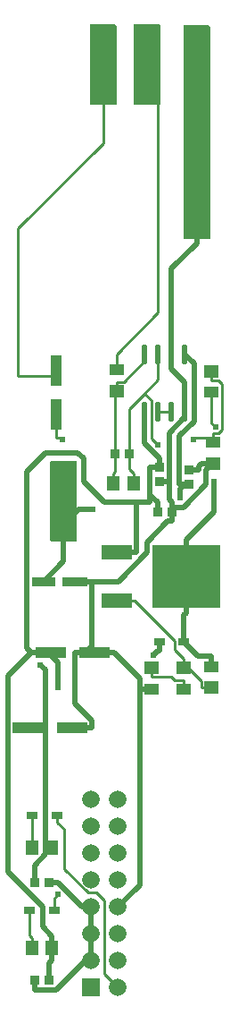
<source format=gbl>
G04 Layer: BottomLayer*
G04 EasyEDA v6.5.22, 2023-03-24 00:04:05*
G04 1816f6d41fbb4fb68ab43b55433a14ba,7be1179030e74d40a97a3c751b95adb4,10*
G04 Gerber Generator version 0.2*
G04 Scale: 100 percent, Rotated: No, Reflected: No *
G04 Dimensions in millimeters *
G04 leading zeros omitted , absolute positions ,4 integer and 5 decimal *
%FSLAX45Y45*%
%MOMM*%

%AMMACRO1*21,1,$1,$2,0,0,$3*%
%ADD10C,0.2540*%
%ADD11C,0.5000*%
%ADD12MACRO1,2.8X1.1X-90.0000*%
%ADD13MACRO1,2.8X1.1X0.0000*%
%ADD14MACRO1,0.8X0.9X0.0000*%
%ADD15MACRO1,1X0.75X0.0000*%
%ADD16R,1.3770X1.1325*%
%ADD17MACRO1,1.377X1.1325X0.0000*%
%ADD18MACRO1,1.377X1.1325X-90.0000*%
%ADD19MACRO1,0.8X0.9X-90.0000*%
%ADD20MACRO1,0.8X0.9X90.0000*%
%ADD21R,2.3100X0.8400*%
%ADD22MACRO1,0.84X2.31X90.0000*%
%ADD23O,0.5684012X1.950212*%
%ADD24MACRO1,2.8X1.3X0.0000*%
%ADD25MACRO1,6.5X6X0.0000*%
%ADD26C,1.6637*%
%ADD27MACRO1,1.6637X1.6637X0.0000*%
%ADD28C,0.6100*%
%ADD29C,0.0106*%

%LPD*%
G36*
X12712700Y-5435600D02*
G01*
X12700000Y-5448300D01*
X12700000Y-6184900D01*
X12712700Y-6197600D01*
X12954000Y-6197600D01*
X12954000Y-5435600D01*
G37*
G36*
X13500100Y-1308100D02*
G01*
X13500100Y-2070100D01*
X13741400Y-2070100D01*
X13754100Y-2057400D01*
X13754100Y-1320800D01*
X13741400Y-1308100D01*
G37*
G36*
X13081000Y-1308100D02*
G01*
X13081000Y-2070100D01*
X13335000Y-2070100D01*
X13335000Y-1320800D01*
X13322300Y-1308100D01*
G37*
G36*
X13970000Y-1314450D02*
G01*
X13970000Y-3333750D01*
X14224000Y-3333750D01*
X14224000Y-1327150D01*
X14211300Y-1314450D01*
G37*
D10*
X13624052Y-1689100D02*
G01*
X13728700Y-1689100D01*
X13728700Y-4031742D01*
X13335000Y-4425442D01*
X13335000Y-4573523D01*
D11*
X13994411Y-6527797D02*
G01*
X13994411Y-6182763D01*
X12830175Y-6029604D02*
G01*
X12966979Y-5892800D01*
X13106400Y-5892800D01*
X14258749Y-5633387D02*
G01*
X14258749Y-5918426D01*
X13994411Y-6182763D01*
X12830177Y-6029601D02*
G01*
X12830177Y-6242631D01*
X12830177Y-5816597D02*
G01*
X12830177Y-6029601D01*
X12639398Y-6578597D02*
G01*
X12830177Y-6387818D01*
X12830177Y-6242631D01*
X13994411Y-6527797D02*
G01*
X13994411Y-6872831D01*
X14236702Y-7380297D02*
G01*
X14236702Y-7278621D01*
X14236702Y-7278621D02*
G01*
X14101472Y-7278621D01*
X13972948Y-7150097D01*
X13994411Y-6872831D02*
G01*
X13972948Y-6894294D01*
X13972948Y-7150097D01*
D10*
X14249402Y-5217106D02*
G01*
X14071627Y-5217106D01*
X14059334Y-5229400D01*
X14249402Y-5174841D02*
G01*
X14251129Y-5174841D01*
X14251586Y-5175298D01*
X14300126Y-5175298D01*
X14334416Y-5141008D01*
X14334416Y-4705144D01*
X14300100Y-4670828D01*
X14236702Y-4670828D01*
X12763502Y-5048704D02*
G01*
X12763502Y-5216598D01*
X12763502Y-5216598D02*
G01*
X12800332Y-5216598D01*
X12819763Y-5236029D01*
X14249402Y-5217106D02*
G01*
X14249402Y-5174841D01*
X14249402Y-5259397D02*
G01*
X14249402Y-5217106D01*
X14236702Y-4586297D02*
G01*
X14236702Y-4670828D01*
D11*
X12657127Y-7962897D02*
G01*
X12657127Y-7411184D01*
X12608968Y-7363025D01*
X12657127Y-9093197D02*
G01*
X12657127Y-7962897D01*
X12489995Y-7962897D02*
G01*
X12657127Y-7962897D01*
X13975793Y-5657999D02*
G01*
X13938074Y-5695718D01*
X13938074Y-5784491D01*
X13975793Y-5657999D02*
G01*
X13930759Y-5657999D01*
X14020802Y-5657999D02*
G01*
X13975793Y-5657999D01*
X12553800Y-9423397D02*
G01*
X12553800Y-9259821D01*
X12657127Y-9156494D01*
X12657127Y-9093197D01*
X12720424Y-9093197D02*
G01*
X12657127Y-9093197D01*
X13982702Y-4428487D02*
G01*
X14068656Y-4514441D01*
X14068656Y-5065748D01*
X13930759Y-5203644D01*
X13930759Y-5657999D01*
D10*
X13600584Y-4798260D02*
G01*
X13728702Y-4670143D01*
X13728702Y-4428487D01*
X13455804Y-5372097D02*
G01*
X13455804Y-4943040D01*
X13600584Y-4798260D01*
X13600584Y-4798260D02*
G01*
X13662941Y-4860643D01*
X13662941Y-5222720D01*
X13728194Y-5287972D01*
X14275843Y-5116725D02*
G01*
X14236702Y-5077584D01*
X14236702Y-4786297D01*
X13498502Y-5651497D02*
G01*
X13498502Y-5554723D01*
X13498502Y-5554723D02*
G01*
X13455804Y-5512026D01*
X13455804Y-5372097D01*
X13855702Y-4969507D02*
G01*
X13728702Y-4969507D01*
X13970002Y-7592997D02*
G01*
X13970002Y-7508466D01*
X13665202Y-7392997D02*
G01*
X13665202Y-7477528D01*
X13970002Y-7508466D02*
G01*
X13885471Y-7508466D01*
X13854534Y-7477528D01*
X13665202Y-7477528D01*
X14236702Y-7580297D02*
G01*
X14139928Y-7580297D01*
X13970002Y-7350706D02*
G01*
X14139928Y-7520632D01*
X14139928Y-7580297D01*
X13970002Y-7350706D02*
G01*
X13970002Y-7308441D01*
X13970002Y-7392997D02*
G01*
X13970002Y-7350706D01*
X13336018Y-6755076D02*
G01*
X13503937Y-6755076D01*
X13503937Y-6755076D02*
G01*
X13885445Y-7136584D01*
X13885445Y-7223884D01*
X13970002Y-7308441D01*
X13298502Y-5651497D02*
G01*
X13298502Y-5554723D01*
X13298502Y-5554723D02*
G01*
X13315800Y-5537426D01*
X13315800Y-5372097D01*
X13335002Y-4731331D02*
G01*
X13315800Y-4750534D01*
X13315800Y-5372097D01*
X13335002Y-4731331D02*
G01*
X13335002Y-4689066D01*
X13335002Y-4773597D02*
G01*
X13335002Y-4731331D01*
X13601702Y-4428487D02*
G01*
X13601702Y-4487288D01*
X13399924Y-4689066D01*
X13335002Y-4689066D01*
X12527180Y-10045697D02*
G01*
X12527180Y-9948923D01*
X12527180Y-9948923D02*
G01*
X12506556Y-9928298D01*
X12506556Y-9690097D01*
X12741048Y-9690097D02*
G01*
X12741048Y-9572800D01*
X12780444Y-9533404D01*
X12766448Y-8788397D02*
G01*
X12766448Y-8853802D01*
X12766448Y-8853802D02*
G01*
X12831853Y-8919207D01*
X12831853Y-9293476D01*
X13060072Y-9521695D01*
X13144248Y-9521695D01*
X13220550Y-9597997D01*
X13220550Y-10286845D01*
X13347702Y-10413997D01*
X12531956Y-8788397D02*
G01*
X12531956Y-8853802D01*
X12527180Y-9093197D02*
G01*
X12527180Y-8858577D01*
X12531956Y-8853802D01*
D11*
X13601702Y-4969507D02*
G01*
X13601702Y-5268313D01*
X13740945Y-5407555D01*
X13741402Y-5407555D01*
X13738456Y-7150097D02*
G01*
X13738456Y-7232622D01*
X13738456Y-7232622D02*
G01*
X13721895Y-7232622D01*
X13681839Y-7272677D01*
X12684483Y-7251697D02*
G01*
X12775923Y-7343137D01*
X12775923Y-7581846D01*
X12705895Y-7251697D02*
G01*
X12684483Y-7251697D01*
X12677701Y-7251697D02*
G01*
X12520881Y-7251697D01*
X12677701Y-7251697D02*
G01*
X12684483Y-7251697D01*
X13336018Y-6300518D02*
G01*
X13521057Y-6300518D01*
X13651359Y-5492595D02*
G01*
X13651359Y-5757313D01*
X13722200Y-5828154D02*
G01*
X13651359Y-5757313D01*
X12720424Y-10045697D02*
G01*
X12720424Y-9931803D01*
X12720424Y-10102644D02*
G01*
X12720424Y-10045697D01*
X12720424Y-10102644D02*
G01*
X12720424Y-10159591D01*
X12720424Y-10159591D02*
G01*
X12693804Y-10186210D01*
X12693804Y-10350497D01*
X13722200Y-5873163D02*
G01*
X13722200Y-5918197D01*
X13722200Y-5873163D02*
G01*
X13722200Y-5828154D01*
X13741402Y-5492595D02*
G01*
X13651359Y-5492595D01*
X13741402Y-5492595D02*
G01*
X13741402Y-5407555D01*
X14249402Y-5459397D02*
G01*
X14183210Y-5525589D01*
X14183210Y-5657949D01*
X13967995Y-5873163D01*
X13862204Y-5873163D01*
X13862204Y-5918197D02*
G01*
X13862204Y-6008240D01*
X13862204Y-6008240D02*
G01*
X13819355Y-6008240D01*
X13624333Y-6203261D01*
X13624333Y-6303439D01*
X13349175Y-6578597D01*
X13098934Y-6578597D01*
X13862204Y-5895667D02*
G01*
X13862204Y-5918197D01*
X14095427Y-2325672D02*
G01*
X14095427Y-3378781D01*
X14095427Y-3378781D02*
G01*
X13855702Y-3618506D01*
X13855702Y-4428487D01*
X12938406Y-6578597D02*
G01*
X13098934Y-6578597D01*
X13098934Y-6578597D02*
G01*
X13098934Y-7186165D01*
X13033402Y-7251697D01*
X13033402Y-7251697D02*
G01*
X12940870Y-7251697D01*
X13125909Y-7251697D02*
G01*
X13033402Y-7251697D01*
X13862204Y-5895667D02*
G01*
X13862204Y-5873163D01*
X12910009Y-7962897D02*
G01*
X13095048Y-7962897D01*
X13095048Y-7962897D02*
G01*
X13095048Y-7887891D01*
X12940870Y-7733713D01*
X12940870Y-7251697D01*
X13347702Y-9651997D02*
G01*
X13551308Y-9448391D01*
X13551308Y-7592997D01*
X12553800Y-10350497D02*
G01*
X12553800Y-10440540D01*
X13093702Y-10032997D02*
G01*
X13093702Y-10108613D01*
X12761775Y-10440540D01*
X12553800Y-10440540D01*
X13093702Y-10032997D02*
G01*
X13093702Y-9905997D01*
X13093702Y-10159997D02*
G01*
X13093702Y-10032997D01*
X13093702Y-9651997D02*
G01*
X13007444Y-9651997D01*
X12778844Y-9423397D01*
X13093702Y-9905997D02*
G01*
X13093702Y-9651997D01*
X12693804Y-9423397D02*
G01*
X12778844Y-9423397D01*
X13982702Y-4969507D02*
G01*
X13982702Y-4691656D01*
X13855702Y-4564656D01*
X13855702Y-4428487D01*
X13862204Y-5873163D02*
G01*
X13862204Y-5828154D01*
X14020802Y-5517995D02*
G01*
X14110845Y-5517995D01*
X14249402Y-5459397D02*
G01*
X14135508Y-5459397D01*
X14110845Y-5517995D02*
G01*
X14110845Y-5484060D01*
X14135508Y-5459397D01*
X13862204Y-5828154D02*
G01*
X13831445Y-5797395D01*
X13831445Y-5632599D01*
X13665202Y-7592997D02*
G01*
X13551308Y-7592997D01*
X13125909Y-7251697D02*
G01*
X13310948Y-7251697D01*
X13551308Y-7592997D02*
G01*
X13551308Y-7492057D01*
X13310948Y-7251697D01*
X13741402Y-5632599D02*
G01*
X13831445Y-5632599D01*
X13982702Y-4969507D02*
G01*
X13982702Y-5023482D01*
X13831445Y-5174739D01*
X13831445Y-5632599D01*
D10*
X13206427Y-1690672D02*
G01*
X13206427Y-2098012D01*
D11*
X13651484Y-5757418D02*
G01*
X13651484Y-5829300D01*
X13521181Y-5829300D01*
X13525500Y-5829300D02*
G01*
X13520420Y-6301739D01*
X12520881Y-7251697D02*
G01*
X12304956Y-7467622D01*
X12304956Y-9325429D01*
X12628857Y-9649330D01*
X12628857Y-9840236D01*
X12720424Y-9931803D01*
X13521181Y-5829300D02*
G01*
X13220700Y-5829300D01*
X13020293Y-5628894D01*
X13020293Y-5412994D01*
X12966700Y-5359400D01*
X12661900Y-5359400D01*
X12478765Y-5542534D01*
X12478765Y-7209536D01*
X12520929Y-7251700D01*
D10*
X13206475Y-2098039D02*
G01*
X13206475Y-2427223D01*
X12395200Y-3238500D01*
X12395200Y-4628642D01*
X12763500Y-4628642D01*
D12*
G01*
X12763498Y-4577900D03*
G01*
X12763498Y-4997899D03*
D13*
G01*
X12705900Y-7251701D03*
G01*
X13125899Y-7251701D03*
G01*
X12909999Y-7962898D03*
G01*
X12490000Y-7962898D03*
D14*
G01*
X12693799Y-10350500D03*
G01*
X12553800Y-10350500D03*
G01*
X12693799Y-9423400D03*
G01*
X12553800Y-9423400D03*
D15*
G01*
X12531944Y-8788400D03*
G01*
X12766450Y-8788400D03*
G01*
X12741055Y-9690100D03*
G01*
X12506549Y-9690100D03*
D16*
G01*
X14249400Y-5259400D03*
D17*
G01*
X14249400Y-5459404D03*
G01*
X14236700Y-4586295D03*
D16*
G01*
X14236700Y-4786299D03*
D18*
G01*
X12720426Y-10045700D03*
G01*
X12527173Y-10045700D03*
G01*
X12720426Y-9093200D03*
G01*
X12527173Y-9093200D03*
D14*
G01*
X13315800Y-5372100D03*
G01*
X13455799Y-5372100D03*
D19*
G01*
X13741400Y-5632599D03*
G01*
X13741400Y-5492600D03*
D20*
G01*
X14020800Y-5518000D03*
G01*
X14020800Y-5657999D03*
D18*
G01*
X13498504Y-5651500D03*
G01*
X13298495Y-5651500D03*
D16*
G01*
X13335000Y-4573600D03*
D17*
G01*
X13335000Y-4773604D03*
D14*
G01*
X13862199Y-5918200D03*
G01*
X13722200Y-5918200D03*
D21*
G01*
X12639395Y-6578600D03*
D22*
G01*
X12938400Y-6578600D03*
D15*
G01*
X13972955Y-7150100D03*
G01*
X13738449Y-7150100D03*
D16*
G01*
X14236700Y-7380300D03*
D17*
G01*
X14236700Y-7580304D03*
D16*
G01*
X13665200Y-7592999D03*
D17*
G01*
X13665200Y-7392995D03*
D16*
G01*
X13970000Y-7592999D03*
D17*
G01*
X13970000Y-7392995D03*
D23*
G01*
X13601700Y-4428489D03*
G01*
X13728700Y-4428489D03*
G01*
X13855700Y-4428489D03*
G01*
X13982700Y-4428489D03*
G01*
X13601700Y-4969510D03*
G01*
X13728700Y-4969510D03*
G01*
X13855700Y-4969510D03*
G01*
X13982700Y-4969510D03*
D24*
G01*
X13336013Y-6755079D03*
G01*
X13336013Y-6300520D03*
D25*
G01*
X13994396Y-6527800D03*
D26*
G01*
X13347700Y-8890000D03*
G01*
X13093700Y-8890000D03*
G01*
X13347700Y-9398000D03*
G01*
X13093700Y-9398000D03*
G01*
X13347700Y-9652000D03*
G01*
X13093700Y-9652000D03*
G01*
X13347700Y-9906000D03*
G01*
X13093700Y-9906000D03*
G01*
X13347700Y-10160000D03*
G01*
X13093700Y-10160000D03*
G01*
X13347700Y-8636000D03*
G01*
X13093700Y-8636000D03*
G01*
X13347700Y-9144000D03*
G01*
X13093700Y-9144000D03*
G01*
X13347700Y-10414000D03*
D27*
G01*
X13093700Y-10414000D03*
D28*
G01*
X14258747Y-5633389D03*
G01*
X13106400Y-5892800D03*
G01*
X12819761Y-5236032D03*
G01*
X14059331Y-5229402D03*
G01*
X12608966Y-7363028D03*
G01*
X13938072Y-5784494D03*
G01*
X14275841Y-5116728D03*
G01*
X13728191Y-5287975D03*
G01*
X12780441Y-9533407D03*
G01*
X13681836Y-7272680D03*
G01*
X12775920Y-7581849D03*
M02*

</source>
